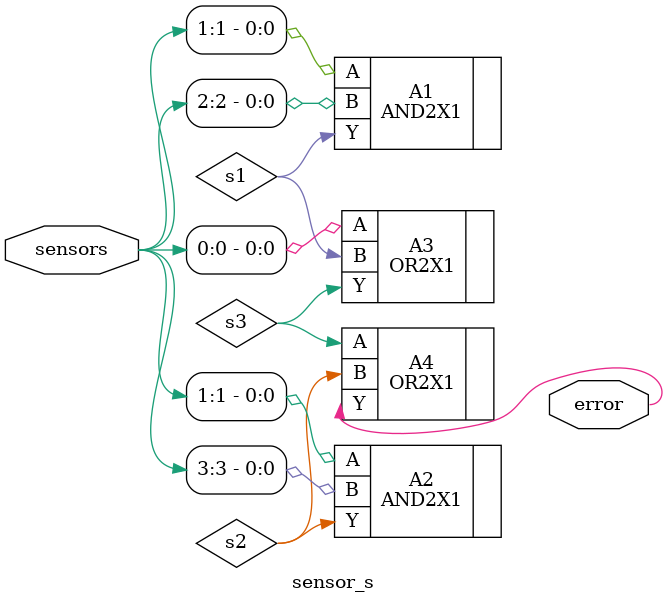
<source format=sv>

module sensor_s
(
	input wire [3:0] sensors,
	output wire error
);
	wire s1,s2,s3;
	AND2X1 A1 (.Y(s1), .A(sensors[1]), .B(sensors[2]));
	AND2X1 A2 (.Y(s2), .A(sensors[1]), .B(sensors[3]));
	OR2X1  A3 (.Y(s3), .A(sensors[0]), .B(s1));
	OR2X1  A4 (.Y(error), .A(s3), .B(s2));

endmodule

</source>
